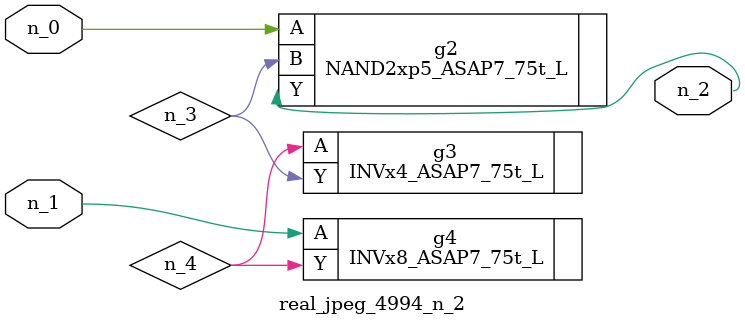
<source format=v>
module real_jpeg_4994_n_2 (n_1, n_0, n_2);

input n_1;
input n_0;

output n_2;

wire n_4;
wire n_3;

NAND2xp5_ASAP7_75t_L g2 ( 
.A(n_0),
.B(n_3),
.Y(n_2)
);

INVx8_ASAP7_75t_L g4 ( 
.A(n_1),
.Y(n_4)
);

INVx4_ASAP7_75t_L g3 ( 
.A(n_4),
.Y(n_3)
);


endmodule
</source>
